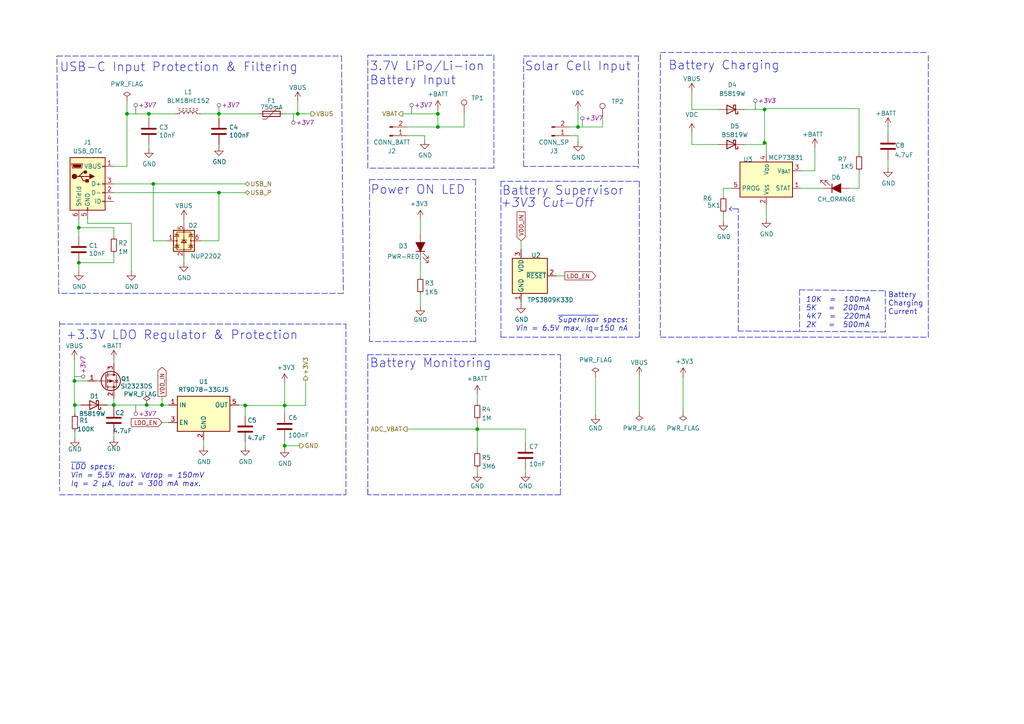
<source format=kicad_sch>
(kicad_sch (version 20231120) (generator "eeschema") (generator_version "8.0")
  (paper "A4")
  (title_block (title "Power Supply") (date "2025-02-24") (rev "vo.2") (company "CITI Lab") (comment 1 "Sastress Project") (comment 2 "Regis Rousseau"))
  (lib_symbols
    (symbol "Battery_Management:MCP73831-2-OT"
      (property "Reference" "U" (at -7.62 6.35 0))
      (property "Value" "MCP73831-2-OT" (at 1.27 6.35 0))
      (symbol "MCP73831-2-OT_0_1"
        (rectangle (start -7.62 5.08) (end 7.62 -5.08) (stroke (width 0.254)) (fill (type background)))
      )
      (symbol "MCP73831-2-OT_1_1"
        (pin tri_state line (at 10.16 -2.54 180) (length 2.54) (name "STAT") (number "1"))
        (pin power_in line (at 0 -7.62 90) (length 2.54) (name "V_{SS}") (number "2"))
        (pin power_out line (at 10.16 2.54 180) (length 2.54) (name "V_{BAT}") (number "3"))
        (pin power_in line (at 0 7.62 270) (length 2.54) (name "V_{DD}") (number "4"))
        (pin input line (at -10.16 -2.54 0) (length 2.54) (name "PROG") (number "5"))
      )
    )
    (symbol "Connector:Conn_01x02_Pin" (pin_names (offset 1.016) hide)
      (property "Reference" "J" (at 0 2.54 0))
      (property "Value" "Conn_01x02_Pin" (at 0 -5.08 0))
      (symbol "Conn_01x02_Pin_1_1"
        (polyline (pts (xy 1.27 -2.54) (xy 0.8636 -2.54)) (stroke (width 0.1524)))
        (polyline (pts (xy 1.27 0) (xy 0.8636 0)) (stroke (width 0.1524)))
        (rectangle (start 0.8636 -2.413) (end 0 -2.667) (stroke (width 0.1524)) (fill (type outline)))
        (rectangle (start 0.8636 0.127) (end 0 -0.127) (stroke (width 0.1524)) (fill (type outline)))
        (pin passive line (at 5.08 0 180) (length 3.81) (name "Pin_1") (number "1"))
        (pin passive line (at 5.08 -2.54 180) (length 3.81) (name "Pin_2") (number "2"))
      )
    )
    (symbol "Connector:TestPoint" (pin_numbers hide) (pin_names (offset 0.762) hide)
      (property "Reference" "TP" (at 0 6.858 0))
      (property "Value" "TestPoint" (at 0 5.08 0))
      (symbol "TestPoint_0_1"
        (circle (center 0 3.302) (radius 0.762))
      )
      (symbol "TestPoint_1_1"
        (pin passive line (at 0 0 90) (length 2.54) (name "1") (number "1"))
      )
    )
    (symbol "Connector:USB_OTG" (pin_names (offset 1.016))
      (property "Reference" "J" (at -5.08 11.43 0))
      (property "Value" "USB_OTG" (at -5.08 8.89 0))
      (symbol "USB_OTG_0_1"
        (rectangle (start -5.08 -7.62) (end 5.08 7.62) (stroke (width 0.254)) (fill (type background)))
        (circle (center -3.81 2.159) (radius 0.635) (stroke (width 0.254)) (fill (type outline)))
        (circle (center -0.635 3.429) (radius 0.381) (stroke (width 0.254)) (fill (type outline)))
        (rectangle (start -0.127 -7.62) (end 0.127 -6.858))
        (polyline (pts (xy -1.905 2.159) (xy 0.635 2.159)) (stroke (width 0.254)))
        (polyline (pts (xy -3.175 2.159) (xy -2.54 2.159) (xy -1.27 3.429) (xy -0.635 3.429)) (stroke (width 0.254)))
        (polyline (pts (xy -2.54 2.159) (xy -1.905 2.159) (xy -1.27 0.889) (xy 0 0.889)) (stroke (width 0.254)))
        (polyline (pts (xy 0.635 2.794) (xy 0.635 1.524) (xy 1.905 2.159) (xy 0.635 2.794)) (stroke (width 0.254)) (fill (type outline)))
        (polyline (pts (xy -4.318 5.588) (xy -1.778 5.588) (xy -2.032 4.826) (xy -4.064 4.826) (xy -4.318 5.588)) (fill (type outline)))
        (polyline (pts (xy -4.699 5.842) (xy -4.699 5.588) (xy -4.445 4.826) (xy -4.445 4.572) (xy -1.651 4.572) (xy -1.651 4.826) (xy -1.397 5.588) (xy -1.397 5.842) (xy -4.699 5.842)))
        (rectangle (start 0.254 1.27) (end -0.508 0.508) (stroke (width 0.254)) (fill (type outline)))
        (rectangle (start 5.08 -5.207) (end 4.318 -4.953))
        (rectangle (start 5.08 -2.667) (end 4.318 -2.413))
        (rectangle (start 5.08 -0.127) (end 4.318 0.127))
        (rectangle (start 5.08 4.953) (end 4.318 5.207))
      )
      (symbol "USB_OTG_1_1"
        (pin passive line (at 7.62 5.08 180) (length 2.54) (name "VBUS") (number "1"))
        (pin bidirectional line (at 7.62 -2.54 180) (length 2.54) (name "D-") (number "2"))
        (pin bidirectional line (at 7.62 0 180) (length 2.54) (name "D+") (number "3"))
        (pin passive line (at 7.62 -5.08 180) (length 2.54) (name "ID") (number "4"))
        (pin passive line (at 0 -10.16 90) (length 2.54) (name "GND") (number "5"))
        (pin passive line (at -2.54 -10.16 90) (length 2.54) (name "Shield") (number "6"))
      )
    )
    (symbol "Device:C" (pin_numbers hide) (pin_names (offset 0.254))
      (property "Reference" "C" (at 0.635 2.54 0))
      (property "Value" "C" (at 0.635 -2.54 0))
      (symbol "C_0_1"
        (polyline (pts (xy -2.032 -0.762) (xy 2.032 -0.762)) (stroke (width 0.508)))
        (polyline (pts (xy -2.032 0.762) (xy 2.032 0.762)) (stroke (width 0.508)))
      )
      (symbol "C_1_1"
        (pin passive line (at 0 3.81 270) (length 2.794) (name "~") (number "1"))
        (pin passive line (at 0 -3.81 90) (length 2.794) (name "~") (number "2"))
      )
    )
    (symbol "Device:D_Schottky" (pin_numbers hide) (pin_names (offset 1.016) hide)
      (property "Reference" "D" (at 0 2.54 0))
      (property "Value" "D_Schottky" (at 0 -2.54 0))
      (symbol "D_Schottky_0_1"
        (polyline (pts (xy 1.27 0) (xy -1.27 0)))
        (polyline (pts (xy 1.27 1.27) (xy 1.27 -1.27) (xy -1.27 0) (xy 1.27 1.27)) (stroke (width 0.254)))
        (polyline (pts (xy -1.905 0.635) (xy -1.905 1.27) (xy -1.27 1.27) (xy -1.27 -1.27) (xy -0.635 -1.27) (xy -0.635 -0.635)) (stroke (width 0.254)))
      )
      (symbol "D_Schottky_1_1"
        (pin passive line (at -3.81 0 0) (length 2.54) (name "K") (number "1"))
        (pin passive line (at 3.81 0 180) (length 2.54) (name "A") (number "2"))
      )
    )
    (symbol "Device:LED_ALT" (pin_numbers hide) (pin_names (offset 1.016) hide)
      (property "Reference" "D" (at 0 2.54 0))
      (property "Value" "Device_LED_ALT" (at 0 -2.54 0))
      (symbol "LED_ALT_0_1"
        (polyline (pts (xy -1.27 -1.27) (xy -1.27 1.27)) (stroke (width 0.254)))
        (polyline (pts (xy -1.27 0) (xy 1.27 0)))
        (polyline (pts (xy 1.27 -1.27) (xy 1.27 1.27) (xy -1.27 0) (xy 1.27 -1.27)) (stroke (width 0.254)) (fill (type outline)))
        (polyline (pts (xy -3.048 -0.762) (xy -4.572 -2.286) (xy -3.81 -2.286) (xy -4.572 -2.286) (xy -4.572 -1.524)))
        (polyline (pts (xy -1.778 -0.762) (xy -3.302 -2.286) (xy -2.54 -2.286) (xy -3.302 -2.286) (xy -3.302 -1.524)))
      )
      (symbol "LED_ALT_1_1"
        (pin passive line (at -3.81 0 0) (length 2.54) (name "K") (number "1"))
        (pin passive line (at 3.81 0 180) (length 2.54) (name "A") (number "2"))
      )
    )
    (symbol "Device:L_Ferrite" (pin_numbers hide) (pin_names (offset 1.016) hide)
      (property "Reference" "L" (at -1.27 0 90))
      (property "Value" "L_Ferrite" (at 2.794 0 90))
      (symbol "L_Ferrite_0_1"
        (arc (start 0 -2.54) (mid 0.6323 -1.905) (end 0 -1.27))
        (arc (start 0 -1.27) (mid 0.6323 -0.635) (end 0 0))
        (polyline (pts (xy 1.016 -2.794) (xy 1.016 -2.286)))
        (polyline (pts (xy 1.016 -1.778) (xy 1.016 -1.27)))
        (polyline (pts (xy 1.016 -0.762) (xy 1.016 -0.254)))
        (polyline (pts (xy 1.016 0.254) (xy 1.016 0.762)))
        (polyline (pts (xy 1.016 1.27) (xy 1.016 1.778)))
        (polyline (pts (xy 1.016 2.286) (xy 1.016 2.794)))
        (polyline (pts (xy 1.524 -2.286) (xy 1.524 -2.794)))
        (polyline (pts (xy 1.524 -1.27) (xy 1.524 -1.778)))
        (polyline (pts (xy 1.524 -0.254) (xy 1.524 -0.762)))
        (polyline (pts (xy 1.524 0.762) (xy 1.524 0.254)))
        (polyline (pts (xy 1.524 1.778) (xy 1.524 1.27)))
        (polyline (pts (xy 1.524 2.794) (xy 1.524 2.286)))
        (arc (start 0 0) (mid 0.6323 0.635) (end 0 1.27))
        (arc (start 0 1.27) (mid 0.6323 1.905) (end 0 2.54))
      )
      (symbol "L_Ferrite_1_1"
        (pin passive line (at 0 3.81 270) (length 1.27) (name "1") (number "1"))
        (pin passive line (at 0 -3.81 90) (length 1.27) (name "2") (number "2"))
      )
    )
    (symbol "Device:Polyfuse" (pin_numbers hide) (pin_names (offset 0))
      (property "Reference" "F" (at -2.54 0 90))
      (property "Value" "Polyfuse" (at 2.54 0 90))
      (symbol "Polyfuse_0_1"
        (rectangle (start -0.762 2.54) (end 0.762 -2.54) (stroke (width 0.254)))
        (polyline (pts (xy 0 2.54) (xy 0 -2.54)))
        (polyline (pts (xy -1.524 2.54) (xy -1.524 1.524) (xy 1.524 -1.524) (xy 1.524 -2.54)))
      )
      (symbol "Polyfuse_1_1"
        (pin passive line (at 0 3.81 270) (length 1.27) (name "~") (number "1"))
        (pin passive line (at 0 -3.81 90) (length 1.27) (name "~") (number "2"))
      )
    )
    (symbol "Device:Q_PMOS_GSD" (pin_names (offset 0) hide)
      (property "Reference" "Q" (at 5.08 1.27 0))
      (property "Value" "Q_PMOS_GSD" (at 5.08 -1.27 0))
      (symbol "Q_PMOS_GSD_0_1"
        (polyline (pts (xy 0.254 0) (xy -2.54 0)))
        (polyline (pts (xy 0.254 1.905) (xy 0.254 -1.905)) (stroke (width 0.254)))
        (polyline (pts (xy 0.762 -1.27) (xy 0.762 -2.286)) (stroke (width 0.254)))
        (polyline (pts (xy 0.762 0.508) (xy 0.762 -0.508)) (stroke (width 0.254)))
        (polyline (pts (xy 0.762 2.286) (xy 0.762 1.27)) (stroke (width 0.254)))
        (polyline (pts (xy 2.54 2.54) (xy 2.54 1.778)))
        (polyline (pts (xy 2.54 -2.54) (xy 2.54 0) (xy 0.762 0)))
        (polyline (pts (xy 0.762 1.778) (xy 3.302 1.778) (xy 3.302 -1.778) (xy 0.762 -1.778)))
        (polyline (pts (xy 2.286 0) (xy 1.27 0.381) (xy 1.27 -0.381) (xy 2.286 0)) (fill (type outline)))
        (polyline (pts (xy 2.794 -0.508) (xy 2.921 -0.381) (xy 3.683 -0.381) (xy 3.81 -0.254)))
        (polyline (pts (xy 3.302 -0.381) (xy 2.921 0.254) (xy 3.683 0.254) (xy 3.302 -0.381)))
        (circle (center 1.651 0) (radius 2.794) (stroke (width 0.254)))
        (circle (center 2.54 -1.778) (radius 0.254) (fill (type outline)))
        (circle (center 2.54 1.778) (radius 0.254) (fill (type outline)))
      )
      (symbol "Q_PMOS_GSD_1_1"
        (pin input line (at -5.08 0 0) (length 2.54) (name "G") (number "1"))
        (pin passive line (at 2.54 -5.08 90) (length 2.54) (name "S") (number "2"))
        (pin passive line (at 2.54 5.08 270) (length 2.54) (name "D") (number "3"))
      )
    )
    (symbol "Device:R_Small" (pin_numbers hide) (pin_names (offset 0.254) hide)
      (property "Reference" "R" (at 0.762 0.508 0))
      (property "Value" "R_Small" (at 0.762 -1.016 0))
      (symbol "R_Small_0_1"
        (rectangle (start -0.762 1.778) (end 0.762 -1.778) (stroke (width 0.2032)))
      )
      (symbol "R_Small_1_1"
        (pin passive line (at 0 2.54 270) (length 0.762) (name "~") (number "1"))
        (pin passive line (at 0 -2.54 90) (length 0.762) (name "~") (number "2"))
      )
    )
    (symbol "Diode:MBR0520" (pin_numbers hide) (pin_names (offset 1.016) hide)
      (property "Reference" "D" (at 0 2.54 0))
      (property "Value" "MBR0520" (at 0 -2.54 0))
      (symbol "MBR0520_0_1"
        (polyline (pts (xy 1.27 0) (xy -1.27 0)))
        (polyline (pts (xy 1.27 1.27) (xy 1.27 -1.27) (xy -1.27 0) (xy 1.27 1.27)) (stroke (width 0.254)))
        (polyline (pts (xy -1.905 0.635) (xy -1.905 1.27) (xy -1.27 1.27) (xy -1.27 -1.27) (xy -0.635 -1.27) (xy -0.635 -0.635)) (stroke (width 0.254)))
      )
      (symbol "MBR0520_1_1"
        (pin passive line (at -3.81 0 0) (length 2.54) (name "K") (number "1"))
        (pin passive line (at 3.81 0 180) (length 2.54) (name "A") (number "2"))
      )
    )
    (symbol "Power_Protection:NUP2202"
      (property "Reference" "U" (at -5.334 -2.54 0))
      (property "Value" "NUP2202" (at 6.35 1.27 90))
      (symbol "NUP2202_0_1"
        (rectangle (start -3.048 3.048) (end 3.048 -3.048) (stroke (width 0.254)) (fill (type background)))
        (circle (center -2.032 0) (radius 0.127))
        (circle (center -2.032 0) (radius 0.127))
        (circle (center 0 -2.54) (radius 0.127))
        (polyline (pts (xy -2.667 -1.27) (xy -1.397 -1.27)))
        (polyline (pts (xy -2.667 -1.27) (xy -1.397 -1.27)))
        (polyline (pts (xy -2.667 1.905) (xy -1.397 1.905)))
        (polyline (pts (xy -2.54 0) (xy -2.032 0)))
        (polyline (pts (xy -2.032 -2.54) (xy -2.032 -0.635)))
        (polyline (pts (xy -2.032 -2.54) (xy -2.032 -0.635)))
        (polyline (pts (xy -2.032 0.635) (xy -2.032 -0.635)))
        (polyline (pts (xy -2.032 0.635) (xy -2.032 2.54)))
        (polyline (pts (xy -2.032 2.54) (xy 2.032 2.54)))
        (polyline (pts (xy -0.762 0.254) (xy 0.762 0.254)))
        (polyline (pts (xy 0 -0.889) (xy 0 -2.54)))
        (polyline (pts (xy 0 -0.889) (xy 0 1.016)))
        (polyline (pts (xy 0 -0.889) (xy 0 1.016)))
        (polyline (pts (xy 0 1.016) (xy 0 3.81)))
        (polyline (pts (xy 0.762 0) (xy 0.762 0.254)))
        (polyline (pts (xy 1.397 -1.27) (xy 2.667 -1.27)))
        (polyline (pts (xy 1.397 -1.27) (xy 2.667 -1.27)))
        (polyline (pts (xy 1.397 1.905) (xy 2.667 1.905)))
        (polyline (pts (xy 2.032 -2.54) (xy -2.032 -2.54)))
        (polyline (pts (xy 2.032 -2.54) (xy 2.032 -0.635)))
        (polyline (pts (xy 2.032 -2.54) (xy 2.032 -0.635)))
        (polyline (pts (xy 2.032 0) (xy 2.54 0)))
        (polyline (pts (xy 2.032 0.635) (xy 2.032 -0.635)))
        (polyline (pts (xy 2.032 0.635) (xy 2.032 2.54)))
        (polyline (pts (xy -2.667 -1.905) (xy -1.397 -1.905) (xy -2.032 -1.27) (xy -2.667 -1.905)))
        (polyline (pts (xy -2.667 1.27) (xy -1.397 1.27) (xy -2.032 1.905) (xy -2.667 1.27)))
        (polyline (pts (xy -0.762 -0.508) (xy 0.762 -0.508) (xy 0 0.254) (xy -0.762 -0.508)))
        (polyline (pts (xy -0.762 -0.508) (xy 0.762 -0.508) (xy 0 0.254) (xy -0.762 -0.508)))
        (polyline (pts (xy 1.397 -1.905) (xy 2.667 -1.905) (xy 2.032 -1.27) (xy 1.397 -1.905)))
        (polyline (pts (xy 1.397 1.27) (xy 2.667 1.27) (xy 2.032 1.905) (xy 1.397 1.27)))
        (circle (center 0 2.54) (radius 0.127))
        (circle (center 2.032 0) (radius 0.127))
        (circle (center 2.032 0) (radius 0.127))
      )
      (symbol "NUP2202_1_1"
        (pin passive line (at -5.08 0 0) (length 2.54) (name "~") (number "1"))
        (pin passive line (at 0 -5.08 90) (length 2.54) (name "~") (number "2"))
        (pin no_connect line (at 0 -2.54 90) (length 2.54) hide (name "~") (number "3"))
        (pin no_connect line (at 0 2.54 270) (length 2.54) hide (name "~") (number "4"))
        (pin passive line (at 0 5.08 270) (length 2.54) (name "~") (number "5"))
        (pin passive line (at 5.08 0 180) (length 2.54) (name "~") (number "6"))
      )
    )
    (symbol "Power_Supervisor:TPS3839DBZ" (pin_names (offset 0.254))
      (property "Reference" "U" (at 2.54 8.89 0))
      (property "Value" "TPS3839DBZ" (at 2.54 6.35 0))
      (symbol "TPS3839DBZ_0_1"
        (rectangle (start -2.54 5.08) (end 7.62 -5.08) (stroke (width 0.254)) (fill (type background)))
      )
      (symbol "TPS3839DBZ_1_1"
        (pin power_in line (at 0 -7.62 90) (length 2.54) (name "GND") (number "1"))
        (pin output line (at 10.16 0 180) (length 2.54) (name "~{RESET}") (number "2"))
        (pin power_in line (at 0 7.62 270) (length 2.54) (name "VDD") (number "3"))
      )
    )
    (symbol "Regulator_Linear:NCV8114ASN120T1G"
      (property "Reference" "U" (at 0 8.89 0))
      (property "Value" "NCV8114ASN120T1G" (at 0 6.35 0))
      (symbol "NCV8114ASN120T1G_0_1"
        (rectangle (start -7.62 5.08) (end 7.62 -5.08) (stroke (width 0.254)) (fill (type background)))
      )
      (symbol "NCV8114ASN120T1G_1_1"
        (pin power_in line (at -10.16 2.54 0) (length 2.54) (name "IN") (number "1"))
        (pin power_in line (at 0 -7.62 90) (length 2.54) (name "GND") (number "2"))
        (pin input line (at -10.16 -2.54 0) (length 2.54) (name "EN") (number "3"))
        (pin no_connect line (at 7.62 -2.54 180) (length 2.54) hide (name "NC") (number "4"))
        (pin power_out line (at 10.16 2.54 180) (length 2.54) (name "OUT") (number "5"))
      )
    )
    (symbol "power:+3.3V" (power) (pin_numbers hide) (pin_names (offset 0) hide)
      (property "Value" "+3.3V" (at 0 3.556 0))
      (symbol "+3.3V_0_1"
        (polyline (pts (xy -0.762 1.27) (xy 0 2.54)))
        (polyline (pts (xy 0 0) (xy 0 2.54)))
        (polyline (pts (xy 0 2.54) (xy 0.762 1.27)))
      )
      (symbol "+3.3V_1_1"
        (pin power_in line (at 0 0 90) (length 0) (name "~") (number "1"))
      )
    )
    (symbol "power:+BATT" (power) (pin_numbers hide) (pin_names (offset 0) hide)
      (property "Value" "+BATT" (at 0 3.556 0))
      (symbol "+BATT_0_1"
        (polyline (pts (xy -0.762 1.27) (xy 0 2.54)))
        (polyline (pts (xy 0 0) (xy 0 2.54)))
        (polyline (pts (xy 0 2.54) (xy 0.762 1.27)))
      )
      (symbol "+BATT_1_1"
        (pin power_in line (at 0 0 90) (length 0) (name "~") (number "1"))
      )
    )
    (symbol "power:GND" (power) (pin_numbers hide) (pin_names (offset 0) hide)
      (property "Value" "GND" (at 0 -3.81 0))
      (symbol "GND_0_1"
        (polyline (pts (xy 0 0) (xy 0 -1.27) (xy 1.27 -1.27) (xy 0 -2.54) (xy -1.27 -1.27) (xy 0 -1.27)))
      )
      (symbol "GND_1_1"
        (pin power_in line (at 0 0 270) (length 0) (name "~") (number "1"))
      )
    )
    (symbol "power:PWR_FLAG" (power) (pin_numbers hide) (pin_names (offset 0) hide)
      (property "Value" "PWR_FLAG" (at 0 3.81 0))
      (symbol "PWR_FLAG_0_0"
        (pin power_out line (at 0 0 90) (length 0) (name "~") (number "1"))
      )
      (symbol "PWR_FLAG_0_1"
        (polyline (pts (xy 0 0) (xy 0 1.27) (xy -1.016 1.905) (xy 0 2.54) (xy 1.016 1.905) (xy 0 1.27)))
      )
    )
    (symbol "power:VBUS" (power) (pin_numbers hide) (pin_names (offset 0) hide)
      (property "Value" "VBUS" (at 0 3.556 0))
      (symbol "VBUS_0_1"
        (polyline (pts (xy -0.762 1.27) (xy 0 2.54)))
        (polyline (pts (xy 0 0) (xy 0 2.54)))
        (polyline (pts (xy 0 2.54) (xy 0.762 1.27)))
      )
      (symbol "VBUS_1_1"
        (pin power_in line (at 0 0 90) (length 0) (name "~") (number "1"))
      )
    )
    (symbol "power:VDC" (power) (pin_numbers hide) (pin_names (offset 0) hide)
      (property "Value" "VDC" (at 0 3.556 0))
      (symbol "VDC_0_1"
        (polyline (pts (xy -0.762 1.27) (xy 0 2.54)))
        (polyline (pts (xy 0 0) (xy 0 2.54)))
        (polyline (pts (xy 0 2.54) (xy 0.762 1.27)))
      )
      (symbol "VDC_1_1"
        (pin power_in line (at 0 0 90) (length 0) (name "~") (number "1"))
      )
    )
  )
  (junction (at 138.43 124.46))
  (junction (at 33.02 117.475))
  (junction (at 43.18 33.02))
  (junction (at 127 36.83))
  (junction (at 44.45 53.34))
  (junction (at 82.55 117.602))
  (junction (at 46.99 117.475))
  (junction (at 22.86 76.2))
  (junction (at 221.742 41.402))
  (junction (at 127 33.02))
  (junction (at 21.59 110.49))
  (junction (at 22.86 66.04))
  (junction (at 63.5 55.88))
  (junction (at 167.64 36.83))
  (junction (at 221.742 31.75))
  (junction (at 42.545 117.475))
  (junction (at 82.55 129.286))
  (junction (at 21.717 117.475))
  (junction (at 71.12 117.602))
  (junction (at 86.36 33.02))
  (junction (at 63.5 33.02))
  (junction (at 36.83 33.02))
  (wire (pts (xy 43.18 33.02) (xy 50.8 33.02)))
  (wire (pts (xy 48.26 69.85) (xy 44.45 69.85)))
  (wire (pts (xy 209.804 54.61) (xy 209.804 56.896)))
  (polyline (pts (xy 107.188 52.07) (xy 137.922 52.07)) (stroke (width 0) (type dash)))
  (wire (pts (xy 118.11 39.37) (xy 123.19 39.37)))
  (wire (pts (xy 63.5 33.02) (xy 74.93 33.02)))
  (polyline (pts (xy 106.68 143.51) (xy 106.68 140.97)) (stroke (width 0) (type dash)))
  (wire (pts (xy 134.62 36.83) (xy 127 36.83)))
  (wire (pts (xy 33.02 104.14) (xy 33.02 105.41)))
  (polyline (pts (xy 256.794 96.266) (xy 214.122 96.012)) (stroke (width 0) (type dash)))
  (wire (pts (xy 36.83 29.21) (xy 36.83 33.02)))
  (polyline (pts (xy 99.568 85.09) (xy 17.018 85.09)) (stroke (width 0) (type dash)))
  (wire (pts (xy 42.545 117.475) (xy 46.99 117.475)))
  (wire (pts (xy 22.86 63.5) (xy 22.86 66.04)))
  (wire (pts (xy 246.38 54.61) (xy 249.174 54.61)))
  (wire (pts (xy 200.66 38.354) (xy 200.66 41.91)))
  (wire (pts (xy 53.34 74.93) (xy 53.34 76.2)))
  (wire (pts (xy 43.18 33.02) (xy 43.18 34.29)))
  (wire (pts (xy 82.55 129.286) (xy 82.55 130.048)))
  (wire (pts (xy 58.42 69.85) (xy 63.5 69.85)))
  (wire (pts (xy 232.41 49.53) (xy 236.347 49.53)))
  (wire (pts (xy 82.55 117.602) (xy 82.55 119.888)))
  (wire (pts (xy 63.5 69.85) (xy 63.5 55.88)))
  (polyline (pts (xy 191.516 15.24) (xy 269.24 15.24)) (stroke (width 0) (type dash)))
  (wire (pts (xy 21.717 117.475) (xy 21.717 120.015)))
  (wire (pts (xy 44.45 69.85) (xy 44.45 53.34)))
  (wire (pts (xy 174.752 36.83) (xy 167.64 36.83)))
  (polyline (pts (xy 16.51 16.256) (xy 99.06 16.256)) (stroke (width 0) (type dash)))
  (polyline (pts (xy 17.272 143.51) (xy 100.33 143.51)) (stroke (width 0) (type dash)))
  (wire (pts (xy 88.646 110.236) (xy 88.646 117.602)))
  (wire (pts (xy 221.742 31.75) (xy 221.742 41.402)))
  (wire (pts (xy 36.83 48.26) (xy 33.02 48.26)))
  (wire (pts (xy 33.02 117.475) (xy 42.545 117.475)))
  (wire (pts (xy 33.02 66.04) (xy 22.86 66.04)))
  (wire (pts (xy 86.36 29.21) (xy 86.36 33.02)))
  (polyline (pts (xy 106.68 102.87) (xy 162.56 102.87)) (stroke (width 0) (type dash)))
  (polyline (pts (xy 191.516 15.748) (xy 191.516 97.79)) (stroke (width 0) (type dash)))
  (wire (pts (xy 209.804 61.976) (xy 209.804 64.262)))
  (polyline (pts (xy 17.272 93.218) (xy 17.272 142.494)) (stroke (width 0) (type dash)))
  (wire (pts (xy 22.86 76.2) (xy 22.86 78.74)))
  (polyline (pts (xy 214.122 60.579) (xy 211.582 60.579)) (stroke (width 0) (type dash)))
  (wire (pts (xy 21.59 104.14) (xy 21.59 110.49)))
  (wire (pts (xy 71.12 117.602) (xy 82.55 117.602)))
  (wire (pts (xy 33.02 53.34) (xy 44.45 53.34)))
  (wire (pts (xy 31.115 117.475) (xy 33.02 117.475)))
  (wire (pts (xy 21.59 110.49) (xy 21.59 117.475)))
  (wire (pts (xy 138.43 124.46) (xy 138.43 130.81)))
  (wire (pts (xy 200.66 31.75) (xy 200.66 26.67)))
  (polyline (pts (xy 185.42 52.578) (xy 145.288 52.578)) (stroke (width 0) (type dash)))
  (wire (pts (xy 33.02 55.88) (xy 63.5 55.88)))
  (wire (pts (xy 46.99 117.475) (xy 48.895 117.475)))
  (wire (pts (xy 257.556 36.703) (xy 257.556 38.608)))
  (wire (pts (xy 138.43 135.89) (xy 138.43 137.16)))
  (wire (pts (xy 121.92 85.344) (xy 121.92 88.9)))
  (wire (pts (xy 33.02 73.66) (xy 33.02 76.2)))
  (wire (pts (xy 21.717 117.475) (xy 21.59 117.475)))
  (polyline (pts (xy 106.68 143.51) (xy 106.68 102.87)) (stroke (width 0) (type dash)))
  (wire (pts (xy 138.43 121.92) (xy 138.43 124.46)))
  (wire (pts (xy 172.72 109.22) (xy 172.72 120.396)))
  (polyline (pts (xy 151.892 48.26) (xy 151.892 16.256)) (stroke (width 0) (type dash)))
  (wire (pts (xy 165.1 36.83) (xy 167.64 36.83)))
  (wire (pts (xy 127 31.75) (xy 127 33.02)))
  (polyline (pts (xy 231.902 84.074) (xy 256.794 84.328)) (stroke (width 0) (type dash)))
  (wire (pts (xy 88.646 117.602) (xy 82.55 117.602)))
  (wire (pts (xy 232.41 54.61) (xy 238.76 54.61)))
  (wire (pts (xy 43.18 33.02) (xy 36.83 33.02)))
  (wire (pts (xy 222.25 41.402) (xy 221.742 41.402)))
  (wire (pts (xy 33.02 125.73) (xy 33.02 127)))
  (polyline (pts (xy 269.24 97.79) (xy 269.24 15.748)) (stroke (width 0) (type dash)))
  (wire (pts (xy 123.19 39.37) (xy 123.19 40.64)))
  (wire (pts (xy 46.99 122.555) (xy 48.895 122.555)))
  (polyline (pts (xy 162.56 102.87) (xy 162.56 143.51)) (stroke (width 0) (type dash)))
  (wire (pts (xy 82.55 110.998) (xy 82.55 117.602)))
  (wire (pts (xy 71.12 120.65) (xy 71.12 117.602)))
  (polyline (pts (xy 17.018 85.09) (xy 16.51 16.256)) (stroke (width 0) (type dash)))
  (wire (pts (xy 165.1 39.37) (xy 167.64 39.37)))
  (wire (pts (xy 151.13 69.85) (xy 151.13 72.39)))
  (wire (pts (xy 71.12 117.602) (xy 71.12 117.475)))
  (polyline (pts (xy 211.582 60.579) (xy 212.217 61.214)) (stroke (width 0) (type solid)))
  (wire (pts (xy 152.4 128.27) (xy 152.4 124.46)))
  (wire (pts (xy 249.174 49.784) (xy 249.174 54.61)))
  (wire (pts (xy 36.83 33.02) (xy 36.83 48.26)))
  (wire (pts (xy 249.174 31.496) (xy 221.742 31.496)))
  (wire (pts (xy 33.02 118.11) (xy 33.02 117.475)))
  (wire (pts (xy 25.4 110.49) (xy 21.59 110.49)))
  (wire (pts (xy 118.11 36.83) (xy 127 36.83)))
  (wire (pts (xy 200.66 41.91) (xy 208.28 41.91)))
  (polyline (pts (xy 185.166 16.256) (xy 185.166 48.768)) (stroke (width 0) (type dash)))
  (wire (pts (xy 221.742 31.75) (xy 221.742 31.496)))
  (wire (pts (xy 221.742 41.91) (xy 221.742 41.402)))
  (polyline (pts (xy 211.582 60.579) (xy 212.217 59.944)) (stroke (width 0) (type solid)))
  (wire (pts (xy 198.12 109.22) (xy 198.12 119.38)))
  (wire (pts (xy 212.09 54.61) (xy 209.804 54.61)))
  (polyline (pts (xy 100.33 143.51) (xy 100.33 93.98)) (stroke (width 0) (type dash)))
  (wire (pts (xy 25.4 64.77) (xy 38.1 64.77)))
  (wire (pts (xy 167.64 36.83) (xy 167.64 32.004)))
  (wire (pts (xy 215.9 31.75) (xy 221.742 31.75)))
  (wire (pts (xy 82.55 129.286) (xy 86.868 129.286)))
  (wire (pts (xy 174.752 34.036) (xy 174.752 36.83)))
  (wire (pts (xy 121.92 75.438) (xy 121.92 80.264)))
  (wire (pts (xy 134.62 33.02) (xy 134.62 36.83)))
  (wire (pts (xy 121.92 63.5) (xy 121.92 67.818)))
  (polyline (pts (xy 191.516 97.79) (xy 269.24 97.79)) (stroke (width 0) (type dash)))
  (polyline (pts (xy 214.122 96.012) (xy 214.122 60.579)) (stroke (width 0) (type dash)))
  (wire (pts (xy 151.13 87.63) (xy 151.13 88.265)))
  (wire (pts (xy 59.055 127.635) (xy 59.055 129.54)))
  (wire (pts (xy 33.02 117.475) (xy 33.02 115.57)))
  (polyline (pts (xy 145.288 52.578) (xy 145.288 97.79)) (stroke (width 0) (type dash)))
  (wire (pts (xy 82.55 127.508) (xy 82.55 129.286)))
  (wire (pts (xy 23.495 117.475) (xy 21.717 117.475)))
  (wire (pts (xy 222.25 41.402) (xy 222.25 44.45)))
  (polyline (pts (xy 162.56 143.51) (xy 106.68 143.51)) (stroke (width 0) (type dash)))
  (wire (pts (xy 58.42 33.02) (xy 63.5 33.02)))
  (wire (pts (xy 138.43 114.3) (xy 138.43 116.84)))
  (wire (pts (xy 38.1 64.77) (xy 38.1 78.74)))
  (polyline (pts (xy 137.922 52.07) (xy 137.922 99.06)) (stroke (width 0) (type dash)))
  (wire (pts (xy 22.86 76.2) (xy 33.02 76.2)))
  (wire (pts (xy 118.11 124.46) (xy 138.43 124.46)))
  (wire (pts (xy 46.99 114.935) (xy 46.99 117.475)))
  (wire (pts (xy 215.9 41.91) (xy 221.742 41.91)))
  (wire (pts (xy 22.86 66.04) (xy 22.86 68.58)))
  (polyline (pts (xy 231.902 84.074) (xy 231.902 96.266)) (stroke (width 0) (type dash)))
  (polyline (pts (xy 137.922 99.06) (xy 107.188 99.06)) (stroke (width 0) (type dash)))
  (polyline (pts (xy 145.288 97.79) (xy 185.42 97.79)) (stroke (width 0) (type dash)))
  (wire (pts (xy 25.4 63.5) (xy 25.4 64.77)))
  (wire (pts (xy 82.55 33.02) (xy 86.36 33.02)))
  (polyline (pts (xy 106.68 16.002) (xy 143.256 16.002)) (stroke (width 0) (type dash)))
  (wire (pts (xy 63.5 33.02) (xy 63.5 34.29)))
  (polyline (pts (xy 151.892 16.256) (xy 185.166 16.256)) (stroke (width 0) (type dash)))
  (polyline (pts (xy 17.272 93.98) (xy 100.33 93.98)) (stroke (width 0) (type dash)))
  (wire (pts (xy 63.5 41.91) (xy 63.5 42.545)))
  (polyline (pts (xy 185.166 48.26) (xy 151.892 48.26)) (stroke (width 0) (type dash)))
  (wire (pts (xy 185.42 108.966) (xy 185.42 119.38)))
  (wire (pts (xy 44.45 53.34) (xy 71.12 53.34)))
  (wire (pts (xy 249.174 31.496) (xy 249.174 44.704)))
  (wire (pts (xy 222.25 59.69) (xy 222.25 63.5)))
  (wire (pts (xy 152.4 135.89) (xy 152.4 137.16)))
  (wire (pts (xy 53.34 63.5) (xy 53.34 64.77)))
  (polyline (pts (xy 143.256 16.002) (xy 143.256 48.768)) (stroke (width 0) (type dash)))
  (wire (pts (xy 257.556 46.228) (xy 257.556 48.768)))
  (wire (pts (xy 152.4 124.46) (xy 138.43 124.46)))
  (polyline (pts (xy 99.06 16.256) (xy 99.568 85.09)) (stroke (width 0) (type dash)))
  (polyline (pts (xy 256.794 84.328) (xy 256.794 96.266)) (stroke (width 0) (type dash)))
  (wire (pts (xy 161.29 80.01) (xy 163.83 80.01)))
  (wire (pts (xy 127 33.02) (xy 127 36.83)))
  (polyline (pts (xy 143.256 48.768) (xy 106.68 48.768)) (stroke (width 0) (type dash)))
  (wire (pts (xy 43.18 41.91) (xy 43.18 43.18)))
  (polyline (pts (xy 106.68 48.768) (xy 106.68 16.002)) (stroke (width 0) (type dash)))
  (wire (pts (xy 208.28 31.75) (xy 200.66 31.75)))
  (wire (pts (xy 69.215 117.475) (xy 71.12 117.475)))
  (wire (pts (xy 71.12 128.27) (xy 71.12 129.54)))
  (wire (pts (xy 63.5 55.88) (xy 71.12 55.88)))
  (wire (pts (xy 86.36 33.02) (xy 90.17 33.02)))
  (polyline (pts (xy 107.188 99.06) (xy 107.188 52.07)) (stroke (width 0) (type dash)))
  (wire (pts (xy 33.02 68.58) (xy 33.02 66.04)))
  (polyline (pts (xy 185.42 97.79) (xy 185.42 52.578)) (stroke (width 0) (type dash)))
  (wire (pts (xy 236.347 49.53) (xy 236.347 42.799)))
  (wire (pts (xy 167.64 39.37) (xy 167.64 41.275)))
  (wire (pts (xy 116.84 33.02) (xy 127 33.02)))
  (wire (pts (xy 21.717 125.095) (xy 21.717 127.127)))
  (text "Battery Charging" (at 193.802 20.574 0) (effects (font (size 2.54 2.54)) (justify left bottom)))
  (text "3.7V LiPo/Li-ion \nBattery Input" (at 107.188 24.892 0) (effects (font (size 2.54 2.54)) (justify left bottom)))
  (text "Solar Cell Input" (at 152.146 20.828 0) (effects (font (size 2.54 2.54)) (justify left bottom)))
  (text "Power ON LED" (at 107.442 56.642 0) (effects (font (size 2.54 2.54)) (justify left bottom)))
  (text "Battery Monitoring" (at 107.188 106.934 0) (effects (font (size 2.54 2.54)) (justify left bottom)))
  (text "+3.3V LDO Regulator & Protection" (at 19.05 98.806 0) (effects (font (size 2.54 2.54)) (justify left bottom)))
  (text "10K  =  100mA\n5K   =  200mA\n4K7  =  220mA\n2K   =  500mA" (at 233.68 95.25 0) (effects (font (size 1.524 1.524) (italic yes)) (justify left bottom)))
  (text "USB-C Input Protection & Filtering" (at 17.272 21.082 0) (effects (font (size 2.54 2.54)) (justify left bottom)))
  (text "Battery \nCharging\nCurrent " (at 257.556 91.44 0) (effects (font (size 1.524 1.524)) (justify left bottom)))
  (text "~{Supervisor} specs:\nVin = 6.5V max, Iq=150 nA" (at 182.118 96.266 0) (effects (font (size 1.524 1.524) (italic yes)) (justify right bottom)))
  (text "Battery Supervisor\n" (at 145.542 56.896 0) (effects (font (size 2.54 2.54)) (justify left bottom)))
  (text "~{LDO} specs:\nVin = 5.5V max. Vdrop = 150mV\nIq = 2 μA, Iout = 300 mA max. " (at 20.447 141.351 0) (effects (font (size 1.524 1.524) (italic yes)) (justify left bottom)))
  (text "+3V3 Cut-Off" (at 145.034 60.452 0) (effects (font (size 2.54 2.54) (italic yes)) (justify left bottom)))
  (global_label "VDD_IN" (shape output) (at 46.99 114.935 90) (effects (font (size 1.1938 1.1938))) (property "Intersheetrefs" "${INTERSHEET_REFS}" (effects (hide yes))))
  (global_label "LDO_EN" (shape output) (at 163.83 80.01 0) (effects (font (size 1.1938 1.1938))) (property "Intersheetrefs" "${INTERSHEET_REFS}" (effects (hide yes))))
  (global_label "VDD_IN" (shape input) (at 151.13 69.85 90) (effects (font (size 1.1938 1.1938))) (property "Intersheetrefs" "${INTERSHEET_REFS}" (effects (hide yes))))
  (global_label "LDO_EN" (shape input) (at 46.99 122.555 180) (effects (font (size 1.1938 1.1938))) (property "Intersheetrefs" "${INTERSHEET_REFS}" (effects (hide yes))))
  (hierarchical_label "VBUS" (shape output) (at 90.17 33.02 0))
  (hierarchical_label "GND" (shape output) (at 86.868 129.286 0))
  (hierarchical_label "VBAT" (shape output) (at 116.84 33.02 180))
  (hierarchical_label "+3V3" (shape output) (at 88.646 110.236 90))
  (hierarchical_label "ADC_VBAT" (shape output) (at 118.11 124.46 180))
  (hierarchical_label "USB_N" (shape bidirectional) (at 71.12 53.34 0))
  (hierarchical_label "USB_P" (shape bidirectional) (at 71.12 55.88 0))
  (netclass_flag "" (length 2.54) (shape round) (at 168.91 36.83 0) (property "Netclass" "+3V7" (at 169.6085 34.29 0) (effects (font (italic yes)) (justify left))))
  (netclass_flag "" (length 2.54) (shape round) (at 119.38 33.02 0) (property "Netclass" "+3V7" (at 120.0785 30.48 0) (effects (font (italic yes)) (justify left))))
  (netclass_flag "" (length 2.54) (shape round) (at 39.37 117.475 180) (property "Netclass" "+3V7" (at 40.0685 120.015 0) (effects (font (italic yes)) (justify left))))
  (netclass_flag "" (length 2.54) (shape round) (at 21.59 109.22 270) (property "Netclass" "+3V7" (at 24.13 108.5215 90) (effects (font (italic yes)) (justify left))))
  (netclass_flag "" (length 2.54) (shape round) (at 85.09 33.02 180) (property "Netclass" "+3V7" (at 85.7885 35.56 0) (effects (font (italic yes)) (justify left))))
  (netclass_flag "" (length 2.54) (shape round) (at 63.5 33.02 0) (property "Netclass" "+3V7" (at 64.1985 30.48 0) (effects (font (italic yes)) (justify left))))
  (netclass_flag "" (length 2.54) (shape round) (at 219.075 31.75 0) (property "Netclass" "+3V3" (at 219.7735 29.21 0) (effects (font (italic yes)) (justify left))))
  (netclass_flag "" (length 2.54) (shape round) (at 39.37 33.02 0) (property "Netclass" "+3V7" (at 40.0685 30.48 0) (effects (font (italic yes)) (justify left))))
  (symbol (lib_id "Device:Polyfuse") (at 78.74 33.02 90) (unit 1)
    (property "Reference" "F1" (at 78.74 29.21 90))
    (property "Value" "750mA" (at 78.74 31.115 90))
    (property "Footprint" "Fuse:Fuse_0805_2012Metric" (effects (hide yes)))
    (property "MPN" "SMD0805B075TF" (effects (hide yes)))
    (property "Manufacturer" "Yageo" (effects (hide yes)))
  )
  (symbol (lib_id "Device:C") (at 152.4 132.08 0) (unit 1)
    (property "Reference" "C7" (at 153.416 129.54 0) (effects (justify left)))
    (property "Value" "10nF" (at 153.416 134.62 0) (effects (justify left)))
    (property "Footprint" "Capacitor_SMD:C_0603_1608Metric" (effects (hide yes)))
    (property "MPN" "GRM1885C1H103JA01D" (effects (hide yes)))
    (property "Manufacturer" "Murata Electronics" (effects (hide yes)))
  )
  (symbol (lib_id "Diode:MBR0520") (at 27.305 117.475 180) (unit 1)
    (property "Reference" "D1" (at 26.035 114.935 0) (effects (justify right)))
    (property "Value" "B5819W" (at 22.86 120.015 0) (effects (justify right)))
    (property "Footprint" "Diode_SMD:D_SOD-123" (effects (hide yes)))
    (property "MPN" "B5819W" (effects (hide yes)))
    (property "Manufacturer" "EVVO" (effects (hide yes)))
  )
  (symbol (lib_id "Device:D_Schottky") (at 212.09 41.91 180) (unit 1)
    (property "Reference" "D5" (at 213.106 36.576 0))
    (property "Value" "B5819W" (at 213.106 39.116 0))
    (property "Footprint" "Diode_SMD:D_SOD-123" (effects (hide yes)))
    (property "MPN" "B5819W" (effects (hide yes)))
    (property "Manufacturer" "EVVO" (effects (hide yes)))
  )
  (symbol (lib_id "power:VBUS") (at 86.36 29.21 0) (unit 1)
    (property "Reference" "#PWR015" (effects (hide yes)))
    (property "Value" "VBUS" (at 86.36 25.4 0))
    (property "Description" "Power symbol creates a global label with name \"VBUS\"" (effects (hide yes)))
  )
  (symbol (lib_id "Connector:Conn_01x02_Pin") (at 113.03 39.37 0) (mirror x) (unit 1)
    (property "Reference" "J2" (at 113.665 43.815 0))
    (property "Value" "CONN_BATT" (at 113.665 41.275 0))
    (property "Footprint" "Connector_PinSocket_2.00mm:PinSocket_1x02_P2.00mm_Vertical" (effects (hide yes)))
    (property "MPN" "DNM" (effects (hide yes)))
  )
  (symbol (lib_id "power:GND") (at 123.19 40.64 0) (unit 1)
    (property "Reference" "#PWR019" (effects (hide yes)))
    (property "Value" "GND" (at 123.317 45.0342 0))
    (property "Description" "Power symbol creates a global label with name \"GND\" , ground" (effects (hide yes)))
  )
  (symbol (lib_id "power:PWR_FLAG") (at 42.545 117.475 0) (unit 1)
    (property "Reference" "#FLG02" (effects (hide yes)))
    (property "Value" "PWR_FLAG" (at 40.64 114.3 0))
    (property "Description" "Special symbol for telling ERC where power comes from" (effects (hide yes)))
  )
  (symbol (lib_id "Connector:USB_OTG") (at 25.4 53.34 0) (unit 1)
    (property "Reference" "J1" (at 25.4 41.275 0))
    (property "Value" "USB_OTG" (at 25.4 43.815 0))
    (property "Footprint" "Connector_USB:USB_Micro-B_Amphenol_10103594-0001LF_Horizontal" (effects (hide yes)))
    (property "MPN" "10103594-0001LF" (effects (hide yes)))
    (property "Manufacturer" "Amphenol ICC (FCI)" (effects (hide yes)))
  )
  (symbol (lib_id "power:PWR_FLAG") (at 185.42 119.38 0) (mirror x) (unit 1)
    (property "Reference" "#FLG04" (effects (hide yes)))
    (property "Value" "PWR_FLAG" (at 185.42 124.206 0))
    (property "Description" "Special symbol for telling ERC where power comes from" (effects (hide yes)))
  )
  (symbol (lib_id "power:PWR_FLAG") (at 172.72 109.22 0) (unit 1)
    (property "Reference" "#FLG03" (effects (hide yes)))
    (property "Value" "PWR_FLAG" (at 172.72 104.394 0))
    (property "Description" "Special symbol for telling ERC where power comes from" (effects (hide yes)))
  )
  (symbol (lib_id "Device:R_Small") (at 33.02 71.12 0) (unit 1)
    (property "Reference" "R2" (at 34.29 70.485 0) (effects (justify left)))
    (property "Value" "1M" (at 34.29 73.025 0) (effects (justify left)))
    (property "Footprint" "Resistor_SMD:R_0603_1608Metric" (effects (hide yes)))
    (property "MPN" "RC0603FR-071ML" (effects (hide yes)))
    (property "Manufacturer" "Yageo" (effects (hide yes)))
  )
  (symbol (lib_id "power:VDC") (at 167.64 32.004 0) (unit 1)
    (property "Reference" "#PWR024" (effects (hide yes)))
    (property "Value" "VDC" (at 167.64 26.924 0))
    (property "Description" "Power symbol creates a global label with name \"VDC\"" (effects (hide yes)))
  )
  (symbol (lib_id "power:GND") (at 209.804 64.262 0) (unit 1)
    (property "Reference" "#PWR031" (effects (hide yes)))
    (property "Value" "GND" (at 209.931 68.6562 0))
    (property "Description" "Power symbol creates a global label with name \"GND\" , ground" (effects (hide yes)))
  )
  (symbol (lib_id "power:GND") (at 33.02 127 0) (unit 1)
    (property "Reference" "#PWR05" (effects (hide yes)))
    (property "Value" "GND" (at 33.02 130.175 0))
    (property "Description" "Power symbol creates a global label with name \"GND\" , ground" (effects (hide yes)))
  )
  (symbol (lib_id "power:+3.3V") (at 82.55 110.998 0) (unit 1)
    (property "Reference" "#PWR013" (effects (hide yes)))
    (property "Value" "+3V3" (at 82.931 106.6038 0))
    (property "Description" "Power symbol creates a global label with name \"+3.3V\"" (effects (hide yes)))
  )
  (symbol (lib_id "Device:R_Small") (at 138.43 133.35 0) (unit 1)
    (property "Reference" "R5" (at 139.7 132.715 0) (effects (justify left)))
    (property "Value" "3M6" (at 139.7 135.255 0) (effects (justify left)))
    (property "Footprint" "Resistor_SMD:R_0603_1608Metric" (effects (hide yes)))
    (property "MPN" "RC0603FR-073M6L" (effects (hide yes)))
    (property "Manufacturer" "Yageo" (effects (hide yes)))
  )
  (symbol (lib_id "power:GND") (at 59.055 129.54 0) (unit 1)
    (property "Reference" "#PWR010" (effects (hide yes)))
    (property "Value" "GND" (at 59.182 133.9342 0))
    (property "Description" "Power symbol creates a global label with name \"GND\" , ground" (effects (hide yes)))
  )
  (symbol (lib_id "Power_Supervisor:TPS3839DBZ") (at 151.13 80.01 0) (unit 1)
    (property "Reference" "U2" (at 156.845 74.041 0) (effects (justify right)))
    (property "Value" "TPS3809K33D" (at 166.37 86.995 0) (effects (justify right)))
    (property "Footprint" "Package_TO_SOT_SMD:SOT-23-3" (effects (hide yes)))
    (property "MPN" "TPS3809K33DBVRG4" (effects (hide yes)))
    (property "Manufacturer" "Texas Instrument" (effects (hide yes)))
  )
  (symbol (lib_id "power:PWR_FLAG") (at 36.83 29.21 0) (unit 1)
    (property "Reference" "#FLG01" (effects (hide yes)))
    (property "Value" "PWR_FLAG" (at 36.83 24.384 0))
    (property "Description" "Special symbol for telling ERC where power comes from" (effects (hide yes)))
  )
  (symbol (lib_id "power:PWR_FLAG") (at 198.12 119.38 0) (mirror x) (unit 1)
    (property "Reference" "#FLG05" (effects (hide yes)))
    (property "Value" "PWR_FLAG" (at 198.12 124.206 0))
    (property "Description" "Special symbol for telling ERC where power comes from" (effects (hide yes)))
  )
  (symbol (lib_id "power:GND") (at 71.12 129.54 0) (unit 1)
    (property "Reference" "#PWR012" (effects (hide yes)))
    (property "Value" "GND" (at 71.247 133.9342 0))
    (property "Description" "Power symbol creates a global label with name \"GND\" , ground" (effects (hide yes)))
  )
  (symbol (lib_id "power:GND") (at 151.13 88.265 0) (unit 1)
    (property "Reference" "#PWR022" (effects (hide yes)))
    (property "Value" "GND" (at 151.257 92.6592 0))
    (property "Description" "Power symbol creates a global label with name \"GND\" , ground" (effects (hide yes)))
  )
  (symbol (lib_id "Device:LED_ALT") (at 242.57 54.61 0) (mirror x) (unit 1)
    (property "Reference" "D6" (at 243.84 51.435 0) (effects (justify right)))
    (property "Value" "CH_ORANGE" (at 248.285 57.785 0) (effects (justify right)))
    (property "Footprint" "LED_SMD:LED_0603_1608Metric" (effects (hide yes)))
    (property "MPN" "LTST-C191KFKT" (effects (hide yes)))
    (property "Manufacturer" "Lite-On Inc" (effects (hide yes)))
  )
  (symbol (lib_id "Connector:Conn_01x02_Pin") (at 160.02 39.37 0) (mirror x) (unit 1)
    (property "Reference" "J3" (at 160.655 43.815 0))
    (property "Value" "CONN_SP" (at 160.655 41.275 0))
    (property "Footprint" "Connector_PinSocket_2.00mm:PinSocket_1x02_P2.00mm_Vertical" (effects (hide yes)))
    (property "MPN" "DNM" (effects (hide yes)))
  )
  (symbol (lib_id "Device:R_Small") (at 21.717 122.555 0) (unit 1)
    (property "Reference" "R1" (at 22.987 121.92 0) (effects (justify left)))
    (property "Value" "100K" (at 22.352 124.46 0) (effects (justify left)))
    (property "Footprint" "Resistor_SMD:R_0603_1608Metric" (effects (hide yes)))
    (property "MPN" "RC0603FR-07100KL" (effects (hide yes)))
    (property "Manufacturer" "Yageo" (effects (hide yes)))
  )
  (symbol (lib_id "power:GND") (at 172.72 120.396 0) (unit 1)
    (property "Reference" "#PWR026" (effects (hide yes)))
    (property "Value" "GND" (at 172.72 124.206 0))
    (property "Description" "Power symbol creates a global label with name \"GND\" , ground" (effects (hide yes)))
  )
  (symbol (lib_id "power:GND") (at 63.5 42.545 0) (unit 1)
    (property "Reference" "#PWR011" (effects (hide yes)))
    (property "Value" "GND" (at 63.627 46.9392 0))
    (property "Description" "Power symbol creates a global label with name \"GND\" , ground" (effects (hide yes)))
  )
  (symbol (lib_id "power:VDC") (at 200.66 38.354 0) (unit 1)
    (property "Reference" "#PWR030" (effects (hide yes)))
    (property "Value" "VDC" (at 200.66 33.274 0))
    (property "Description" "Power symbol creates a global label with name \"VDC\"" (effects (hide yes)))
  )
  (symbol (lib_id "power:GND") (at 38.1 78.74 0) (unit 1)
    (property "Reference" "#PWR06" (effects (hide yes)))
    (property "Value" "GND" (at 38.227 83.1342 0))
    (property "Description" "Power symbol creates a global label with name \"GND\" , ground" (effects (hide yes)))
  )
  (symbol (lib_id "power:GND") (at 82.55 130.048 0) (unit 1)
    (property "Reference" "#PWR014" (effects (hide yes)))
    (property "Value" "GND" (at 82.677 134.4422 0))
    (property "Description" "Power symbol creates a global label with name \"GND\" , ground" (effects (hide yes)))
  )
  (symbol (lib_id "power:+BATT") (at 138.43 114.3 0) (unit 1)
    (property "Reference" "#PWR020" (effects (hide yes)))
    (property "Value" "+BATT" (at 138.43 109.855 0))
    (property "Description" "Power symbol creates a global label with name \"+BATT\"" (effects (hide yes)))
  )
  (symbol (lib_id "Device:C") (at 257.556 42.418 0) (mirror y) (unit 1)
    (property "Reference" "C8" (at 262.382 42.164 0) (effects (justify left)))
    (property "Value" "4.7uF" (at 264.922 44.958 0) (effects (justify left)))
    (property "Footprint" "Capacitor_SMD:C_0603_1608Metric" (effects (hide yes)))
    (property "MPN" "GRM188C81E475KE11D" (effects (hide yes)))
    (property "Manufacturer" "Murata Electronics" (effects (hide yes)))
  )
  (symbol (lib_id "power:GND") (at 43.18 43.18 0) (unit 1)
    (property "Reference" "#PWR07" (effects (hide yes)))
    (property "Value" "GND" (at 43.307 47.5742 0))
    (property "Description" "Power symbol creates a global label with name \"GND\" , ground" (effects (hide yes)))
  )
  (symbol (lib_id "power:GND") (at 167.64 41.275 0) (unit 1)
    (property "Reference" "#PWR025" (effects (hide yes)))
    (property "Value" "GND" (at 167.767 45.6692 0))
    (property "Description" "Power symbol creates a global label with name \"GND\" , ground" (effects (hide yes)))
  )
  (symbol (lib_id "Regulator_Linear:NCV8114ASN120T1G") (at 59.055 120.015 0) (unit 1)
    (property "Reference" "U1" (at 59.055 110.6932 0))
    (property "Value" "RT9078-33GJ5" (at 59.055 113.0046 0))
    (property "Footprint" "Package_TO_SOT_SMD:TSOT-23-5" (effects (hide yes)))
    (property "MPN" "RT9078-33GJ5" (effects (hide yes)))
    (property "Manufacturer" "Richtek USA Inc" (effects (hide yes)))
  )
  (symbol (lib_id "power:GND") (at 152.4 137.16 0) (unit 1)
    (property "Reference" "#PWR023" (effects (hide yes)))
    (property "Value" "GND" (at 152.4 140.97 0))
    (property "Description" "Power symbol creates a global label with name \"GND\" , ground" (effects (hide yes)))
  )
  (symbol (lib_id "power:GND") (at 138.43 137.16 0) (unit 1)
    (property "Reference" "#PWR021" (effects (hide yes)))
    (property "Value" "GND" (at 138.43 140.97 0))
    (property "Description" "Power symbol creates a global label with name \"GND\" , ground" (effects (hide yes)))
  )
  (symbol (lib_id "Device:C") (at 63.5 38.1 0) (unit 1)
    (property "Reference" "C4" (at 66.421 36.9316 0) (effects (justify left)))
    (property "Value" "100nF" (at 66.421 39.243 0) (effects (justify left)))
    (property "Footprint" "Capacitor_SMD:C_0603_1608Metric" (effects (hide yes)))
    (property "MPN" "GCM188R71H104JA57D" (effects (hide yes)))
    (property "Manufacturer" "Murata Electronics" (effects (hide yes)))
  )
  (symbol (lib_id "power:+BATT") (at 236.347 42.799 0) (unit 1)
    (property "Reference" "#PWR033" (effects (hide yes)))
    (property "Value" "+BATT" (at 235.712 38.989 0))
    (property "Description" "Power symbol creates a global label with name \"+BATT\"" (effects (hide yes)))
  )
  (symbol (lib_id "power:+BATT") (at 257.556 36.703 0) (unit 1)
    (property "Reference" "#PWR034" (effects (hide yes)))
    (property "Value" "+BATT" (at 256.921 32.893 0))
    (property "Description" "Power symbol creates a global label with name \"+BATT\"" (effects (hide yes)))
  )
  (symbol (lib_id "power:+BATT") (at 127 31.75 0) (unit 1)
    (property "Reference" "#PWR018" (effects (hide yes)))
    (property "Value" "+BATT" (at 127 27.305 0))
    (property "Description" "Power symbol creates a global label with name \"+BATT\"" (effects (hide yes)))
  )
  (symbol (lib_id "Device:C") (at 82.55 123.698 0) (unit 1)
    (property "Reference" "C6" (at 83.566 121.158 0) (effects (justify left)))
    (property "Value" "100nF" (at 83.566 126.238 0) (effects (justify left)))
    (property "Footprint" "Capacitor_SMD:C_0603_1608Metric" (effects (hide yes)))
    (property "MPN" "GCM188R71H104JA57D" (effects (hide yes)))
    (property "Manufacturer" "Murata Electronics" (effects (hide yes)))
  )
  (symbol (lib_id "Battery_Management:MCP73831-2-OT") (at 222.25 52.07 0) (unit 1)
    (property "Reference" "U3" (at 216.916 46.228 0))
    (property "Value" "MCP73831" (at 227.965 45.72 0))
    (property "Footprint" "Package_TO_SOT_SMD:SOT-23-5" (effects (hide yes)))
    (property "MPN" "MCP73831T-2ACI/OT" (effects (hide yes)))
    (property "Manufacturer" "Microchip Technology" (effects (hide yes)))
  )
  (symbol (lib_id "power:GND") (at 22.86 78.74 0) (unit 1)
    (property "Reference" "#PWR03" (effects (hide yes)))
    (property "Value" "GND" (at 22.987 83.1342 0))
    (property "Description" "Power symbol creates a global label with name \"GND\" , ground" (effects (hide yes)))
  )
  (symbol (lib_id "power:GND") (at 121.92 88.9 0) (mirror y) (unit 1)
    (property "Reference" "#PWR017" (effects (hide yes)))
    (property "Value" "GND" (at 121.92 92.71 0))
    (property "Description" "Power symbol creates a global label with name \"GND\" , ground" (effects (hide yes)))
  )
  (symbol (lib_id "Device:R_Small") (at 138.43 119.38 0) (unit 1)
    (property "Reference" "R4" (at 139.7 118.745 0) (effects (justify left)))
    (property "Value" "1M" (at 139.7 121.285 0) (effects (justify left)))
    (property "Footprint" "Resistor_SMD:R_0603_1608Metric" (effects (hide yes)))
    (property "MPN" "RC0603FR-071ML" (effects (hide yes)))
    (property "Manufacturer" "Yageo" (effects (hide yes)))
  )
  (symbol (lib_id "power:VBUS") (at 21.59 104.14 0) (unit 1)
    (property "Reference" "#PWR01" (effects (hide yes)))
    (property "Value" "VBUS" (at 21.59 100.33 0))
    (property "Description" "Power symbol creates a global label with name \"VBUS\"" (effects (hide yes)))
  )
  (symbol (lib_id "Connector:TestPoint") (at 134.62 33.02 0) (unit 1)
    (property "Reference" "TP1" (at 136.652 28.4479 0) (effects (justify left)))
    (property "Value" "TestPoint" (effects (hide yes)))
    (property "Footprint" "TestPoint:TestPoint_THTPad_D1.5mm_Drill0.7mm" (effects (hide yes)))
    (property "Description" "test point" (effects (hide yes)))
  )
  (symbol (lib_id "Device:C") (at 71.12 124.46 0) (unit 1)
    (property "Reference" "C5" (at 71.755 121.92 0) (effects (justify left)))
    (property "Value" "4.7uF" (at 71.755 127 0) (effects (justify left)))
    (property "Footprint" "Capacitor_SMD:C_0603_1608Metric" (effects (hide yes)))
    (property "MPN" "GRM188C81E475KE11D" (effects (hide yes)))
    (property "Manufacturer" "Murata Electronics" (effects (hide yes)))
  )
  (symbol (lib_id "power:+3.3V") (at 121.92 63.5 0) (mirror y) (unit 1)
    (property "Reference" "#PWR016" (effects (hide yes)))
    (property "Value" "+3V3" (at 121.539 59.1058 0))
    (property "Description" "Power symbol creates a global label with name \"+3.3V\"" (effects (hide yes)))
  )
  (symbol (lib_id "Device:R_Small") (at 121.92 82.804 0) (unit 1)
    (property "Reference" "R3" (at 123.19 82.169 0) (effects (justify left)))
    (property "Value" "1K5" (at 123.19 84.709 0) (effects (justify left)))
    (property "Footprint" "Resistor_SMD:R_0603_1608Metric" (effects (hide yes)))
    (property "MPN" "RC0603FR-071K5L" (effects (hide yes)))
    (property "Manufacturer" "Yageo" (effects (hide yes)))
  )
  (symbol (lib_id "power:GND") (at 21.717 127.127 0) (unit 1)
    (property "Reference" "#PWR02" (effects (hide yes)))
    (property "Value" "GND" (at 21.717 130.302 0))
    (property "Description" "Power symbol creates a global label with name \"GND\" , ground" (effects (hide yes)))
  )
  (symbol (lib_id "Device:C") (at 33.02 121.92 0) (unit 1)
    (property "Reference" "C2" (at 33.401 119.761 0) (effects (justify left)))
    (property "Value" "4.7uF" (at 32.766 124.968 0) (effects (justify left)))
    (property "Footprint" "Capacitor_SMD:C_0603_1608Metric" (effects (hide yes)))
    (property "MPN" "GRM188C81E475KE11D" (effects (hide yes)))
    (property "Manufacturer" "Murata Electronics" (effects (hide yes)))
  )
  (symbol (lib_id "Connector:TestPoint") (at 174.752 34.036 0) (unit 1)
    (property "Reference" "TP2" (at 177.292 29.4639 0) (effects (justify left)))
    (property "Value" "TestPoint" (effects (hide yes)))
    (property "Footprint" "TestPoint:TestPoint_THTPad_D1.5mm_Drill0.7mm" (effects (hide yes)))
    (property "Description" "test point" (effects (hide yes)))
  )
  (symbol (lib_id "Device:Q_PMOS_GSD") (at 30.48 110.49 0) (unit 1)
    (property "Reference" "Q1" (at 35.052 109.855 0) (effects (justify left)))
    (property "Value" "SI2323DS" (at 34.925 112.014 0) (effects (justify left)))
    (property "Footprint" "Package_TO_SOT_SMD:SOT-23-3" (effects (hide yes)))
    (property "MPN" "SI2323DS-T1-GE3" (effects (hide yes)))
    (property "Manufacturer" "Vishay Siliconix" (effects (hide yes)))
  )
  (symbol (lib_id "Device:R_Small") (at 209.804 59.436 0) (unit 1)
    (property "Reference" "R6" (at 203.835 57.531 0) (effects (justify left)))
    (property "Value" "5K1" (at 205.105 59.563 0) (effects (justify left)))
    (property "Footprint" "Resistor_SMD:R_0603_1608Metric" (effects (hide yes)))
    (property "MPN" "RC0603FR-075K1L" (effects (hide yes)))
    (property "Manufacturer" "Yageo" (effects (hide yes)))
  )
  (symbol (lib_id "power:VBUS") (at 185.42 108.966 0) (unit 1)
    (property "Reference" "#PWR027" (effects (hide yes)))
    (property "Value" "VBUS" (at 185.42 105.156 0))
    (property "Description" "Power symbol creates a global label with name \"VBUS\"" (effects (hide yes)))
  )
  (symbol (lib_id "Device:L_Ferrite") (at 54.61 33.02 90) (unit 1)
    (property "Reference" "L1" (at 54.61 26.67 90))
    (property "Value" "BLM18HE152" (at 54.61 29.21 90))
    (property "Footprint" "Inductor_SMD:L_0603_1608Metric" (effects (hide yes)))
    (property "MPN" "BLM18HE152SN1D" (effects (hide yes)))
    (property "Manufacturer" "Murata Electronics" (effects (hide yes)))
  )
  (symbol (lib_id "Device:R_Small") (at 249.174 47.244 0) (unit 1)
    (property "Reference" "R7" (at 242.951 46.228 0) (effects (justify left)))
    (property "Value" "1K5" (at 243.713 48.26 0) (effects (justify left)))
    (property "Footprint" "Resistor_SMD:R_0603_1608Metric" (effects (hide yes)))
    (property "MPN" "RC0603FR-071K5L" (effects (hide yes)))
    (property "Manufacturer" "Yageo" (effects (hide yes)))
  )
  (symbol (lib_id "power:+3.3V") (at 198.12 109.22 0) (unit 1)
    (property "Reference" "#PWR028" (effects (hide yes)))
    (property "Value" "+3V3" (at 198.501 104.8258 0))
    (property "Description" "Power symbol creates a global label with name \"+3.3V\"" (effects (hide yes)))
  )
  (symbol (lib_id "Device:C") (at 43.18 38.1 0) (unit 1)
    (property "Reference" "C3" (at 46.101 36.9316 0) (effects (justify left)))
    (property "Value" "10nF" (at 46.101 39.243 0) (effects (justify left)))
    (property "Footprint" "Capacitor_SMD:C_0603_1608Metric" (effects (hide yes)))
    (property "MPN" "GRM1885C1H103JA01D" (effects (hide yes)))
    (property "LCSC_Part#" "Murata Electronics" (effects (hide yes)))
  )
  (symbol (lib_id "power:VBUS") (at 200.66 26.67 0) (unit 1)
    (property "Reference" "#PWR029" (effects (hide yes)))
    (property "Value" "VBUS" (at 200.66 22.86 0))
    (property "Description" "Power symbol creates a global label with name \"VBUS\"" (effects (hide yes)))
  )
  (symbol (lib_id "Power_Protection:NUP2202") (at 53.34 69.85 0) (unit 1)
    (property "Reference" "D2" (at 54.61 65.405 0) (effects (justify left)))
    (property "Value" "NUP2202" (at 55.245 74.295 0) (effects (justify left)))
    (property "Footprint" "Package_TO_SOT_SMD:SOT-363_SC-70-6" (effects (hide yes)))
    (property "MPN" "NUP2202W1T2G" (effects (hide yes)))
    (property "Manufacturer" "Onsemi" (effects (hide yes)))
  )
  (symbol (lib_id "power:GND") (at 53.34 76.2 0) (unit 1)
    (property "Reference" "#PWR09" (effects (hide yes)))
    (property "Value" "GND" (at 53.467 80.5942 0))
    (property "Description" "Power symbol creates a global label with name \"GND\" , ground" (effects (hide yes)))
  )
  (symbol (lib_id "power:GND") (at 257.556 48.768 0) (unit 1)
    (property "Reference" "#PWR035" (effects (hide yes)))
    (property "Value" "GND" (at 257.683 53.1622 0))
    (property "Description" "Power symbol creates a global label with name \"GND\" , ground" (effects (hide yes)))
  )
  (symbol (lib_id "Device:C") (at 22.86 72.39 180) (unit 1)
    (property "Reference" "C1" (at 25.7556 71.2216 0) (effects (justify right)))
    (property "Value" "10nF" (at 25.7556 73.533 0) (effects (justify right)))
    (property "Footprint" "Capacitor_SMD:C_0603_1608Metric" (effects (hide yes)))
    (property "MPN" "GRM1885C1H103JA01D" (effects (hide yes)))
    (property "Manufacturer" "Murata Electronics" (effects (hide yes)))
  )
  (symbol (lib_id "power:GND") (at 222.25 63.5 0) (unit 1)
    (property "Reference" "#PWR032" (effects (hide yes)))
    (property "Value" "GND" (at 222.377 67.8942 0))
    (property "Description" "Power symbol creates a global label with name \"GND\" , ground" (effects (hide yes)))
  )
  (symbol (lib_id "power:+BATT") (at 33.02 104.14 0) (unit 1)
    (property "Reference" "#PWR04" (effects (hide yes)))
    (property "Value" "+BATT" (at 32.385 100.33 0))
    (property "Description" "Power symbol creates a global label with name \"+BATT\"" (effects (hide yes)))
  )
  (symbol (lib_id "Device:LED_ALT") (at 121.92 71.628 90) (unit 1)
    (property "Reference" "D3" (at 115.57 71.374 90) (effects (justify right)))
    (property "Value" "PWR-RED" (at 112.268 74.422 90) (effects (justify right)))
    (property "Footprint" "LED_SMD:LED_0603_1608Metric" (effects (hide yes)))
    (property "MPN" "LTST-C191KRKT" (effects (hide yes)))
    (property "Manufacturer" "Lite-On Inc" (effects (hide yes)))
  )
  (symbol (lib_id "Device:D_Schottky") (at 212.09 31.75 180) (unit 1)
    (property "Reference" "D4" (at 212.4075 24.638 0))
    (property "Value" "B5819W" (at 212.4075 27.178 0))
    (property "Footprint" "Diode_SMD:D_SOD-123" (effects (hide yes)))
    (property "MPN" "B5819W" (effects (hide yes)))
    (property "Manufacturer" "EVVO" (effects (hide yes)))
  )
  (symbol (lib_id "power:VBUS") (at 53.34 63.5 0) (unit 1)
    (property "Reference" "#PWR08" (effects (hide yes)))
    (property "Value" "VBUS" (at 53.34 59.69 0))
    (property "Description" "Power symbol creates a global label with name \"VBUS\"" (effects (hide yes)))
  )
)
</source>
